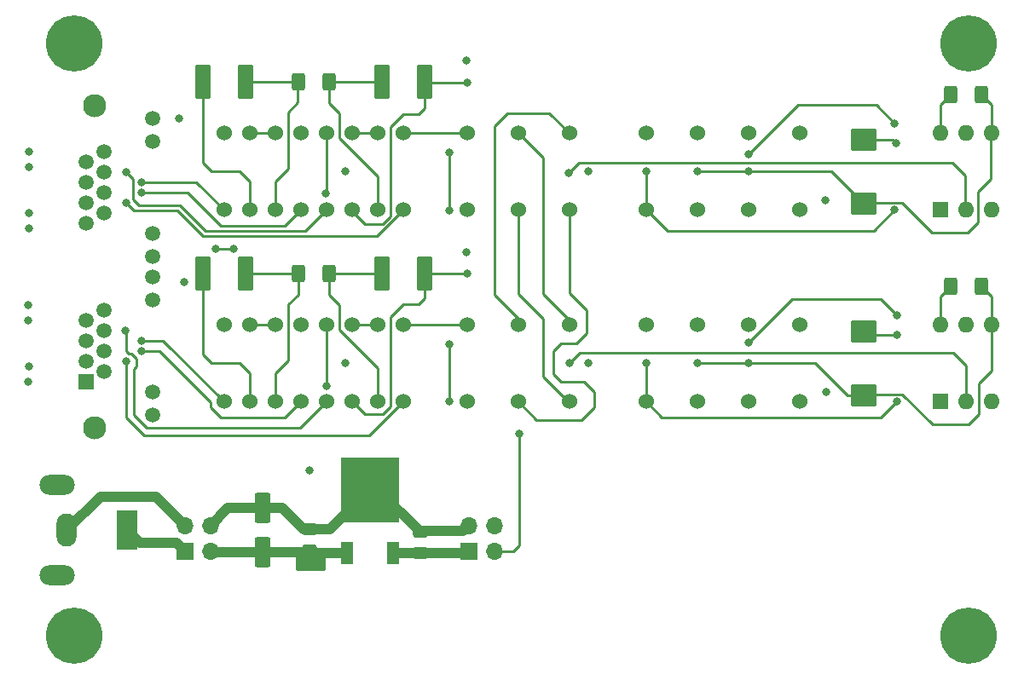
<source format=gtl>
%TF.GenerationSoftware,KiCad,Pcbnew,6.0.9+dfsg-1*%
%TF.CreationDate,2022-12-03T23:10:22+00:00*%
%TF.ProjectId,Token_Ring_MAU,546f6b65-6e5f-4526-996e-675f4d41552e,rev?*%
%TF.SameCoordinates,Original*%
%TF.FileFunction,Copper,L1,Top*%
%TF.FilePolarity,Positive*%
%FSLAX46Y46*%
G04 Gerber Fmt 4.6, Leading zero omitted, Abs format (unit mm)*
G04 Created by KiCad (PCBNEW 6.0.9+dfsg-1) date 2022-12-03 23:10:22*
%MOMM*%
%LPD*%
G01*
G04 APERTURE LIST*
G04 Aperture macros list*
%AMRoundRect*
0 Rectangle with rounded corners*
0 $1 Rounding radius*
0 $2 $3 $4 $5 $6 $7 $8 $9 X,Y pos of 4 corners*
0 Add a 4 corners polygon primitive as box body*
4,1,4,$2,$3,$4,$5,$6,$7,$8,$9,$2,$3,0*
0 Add four circle primitives for the rounded corners*
1,1,$1+$1,$2,$3*
1,1,$1+$1,$4,$5*
1,1,$1+$1,$6,$7*
1,1,$1+$1,$8,$9*
0 Add four rect primitives between the rounded corners*
20,1,$1+$1,$2,$3,$4,$5,0*
20,1,$1+$1,$4,$5,$6,$7,0*
20,1,$1+$1,$6,$7,$8,$9,0*
20,1,$1+$1,$8,$9,$2,$3,0*%
G04 Aperture macros list end*
%TA.AperFunction,SMDPad,CuDef*%
%ADD10RoundRect,0.250000X0.475000X-0.337500X0.475000X0.337500X-0.475000X0.337500X-0.475000X-0.337500X0*%
%TD*%
%TA.AperFunction,ComponentPad*%
%ADD11C,1.524000*%
%TD*%
%TA.AperFunction,SMDPad,CuDef*%
%ADD12RoundRect,0.250000X0.537500X1.450000X-0.537500X1.450000X-0.537500X-1.450000X0.537500X-1.450000X0*%
%TD*%
%TA.AperFunction,ComponentPad*%
%ADD13R,2.000000X4.000000*%
%TD*%
%TA.AperFunction,ComponentPad*%
%ADD14O,2.000000X3.300000*%
%TD*%
%TA.AperFunction,ComponentPad*%
%ADD15O,3.500000X2.000000*%
%TD*%
%TA.AperFunction,ComponentPad*%
%ADD16R,1.600000X1.600000*%
%TD*%
%TA.AperFunction,ComponentPad*%
%ADD17O,1.600000X1.600000*%
%TD*%
%TA.AperFunction,SMDPad,CuDef*%
%ADD18RoundRect,0.250000X1.025000X-0.875000X1.025000X0.875000X-1.025000X0.875000X-1.025000X-0.875000X0*%
%TD*%
%TA.AperFunction,SMDPad,CuDef*%
%ADD19RoundRect,0.250000X-0.400000X-0.625000X0.400000X-0.625000X0.400000X0.625000X-0.400000X0.625000X0*%
%TD*%
%TA.AperFunction,ComponentPad*%
%ADD20C,5.600000*%
%TD*%
%TA.AperFunction,SMDPad,CuDef*%
%ADD21RoundRect,0.250000X0.550000X-1.250000X0.550000X1.250000X-0.550000X1.250000X-0.550000X-1.250000X0*%
%TD*%
%TA.AperFunction,ComponentPad*%
%ADD22R,1.700000X1.700000*%
%TD*%
%TA.AperFunction,ComponentPad*%
%ADD23O,1.700000X1.700000*%
%TD*%
%TA.AperFunction,SMDPad,CuDef*%
%ADD24R,1.200000X2.200000*%
%TD*%
%TA.AperFunction,SMDPad,CuDef*%
%ADD25R,5.800000X6.400000*%
%TD*%
%TA.AperFunction,ComponentPad*%
%ADD26R,1.500000X1.500000*%
%TD*%
%TA.AperFunction,ComponentPad*%
%ADD27C,1.500000*%
%TD*%
%TA.AperFunction,ComponentPad*%
%ADD28C,2.300000*%
%TD*%
%TA.AperFunction,ViaPad*%
%ADD29C,0.800000*%
%TD*%
%TA.AperFunction,Conductor*%
%ADD30C,0.250000*%
%TD*%
%TA.AperFunction,Conductor*%
%ADD31C,1.000000*%
%TD*%
G04 APERTURE END LIST*
D10*
X129000000Y-105937500D03*
X129000000Y-103862500D03*
D11*
X162410000Y-91150000D03*
X167490000Y-91150000D03*
X154790000Y-91150000D03*
X172570000Y-91150000D03*
X149710000Y-91150000D03*
X177650000Y-91150000D03*
X144630000Y-91150000D03*
X144630000Y-83530000D03*
X177650000Y-83530000D03*
X149710000Y-83530000D03*
X172570000Y-83530000D03*
X154790000Y-83530000D03*
X167490000Y-83530000D03*
X162410000Y-83530000D03*
D12*
X122637500Y-78450000D03*
X118362500Y-78450000D03*
X140417500Y-78450000D03*
X136142500Y-78450000D03*
D13*
X110887000Y-103909000D03*
D14*
X104887000Y-103909000D03*
D15*
X103887000Y-108409000D03*
X103887000Y-99409000D03*
D16*
X191635000Y-91140000D03*
D17*
X194175000Y-91140000D03*
X196715000Y-91140000D03*
X196715000Y-83520000D03*
X194175000Y-83520000D03*
X191635000Y-83520000D03*
D18*
X184000000Y-71490000D03*
X184000000Y-65090000D03*
X184000000Y-90540000D03*
X184000000Y-84140000D03*
D11*
X120500000Y-72100000D03*
X123040000Y-72100000D03*
X125580000Y-72100000D03*
X128120000Y-72100000D03*
X130660000Y-72100000D03*
X133200000Y-72100000D03*
X135740000Y-72100000D03*
X138280000Y-72100000D03*
X138280000Y-64480000D03*
X135740000Y-64480000D03*
X133200000Y-64480000D03*
X130660000Y-64480000D03*
X128120000Y-64480000D03*
X125580000Y-64480000D03*
X123040000Y-64480000D03*
X120500000Y-64480000D03*
D19*
X127840000Y-59400000D03*
X130940000Y-59400000D03*
D20*
X194400000Y-114400000D03*
D19*
X192610000Y-79720000D03*
X195710000Y-79720000D03*
X192610000Y-60670000D03*
X195710000Y-60670000D03*
D16*
X191635000Y-72090000D03*
D17*
X194175000Y-72090000D03*
X196715000Y-72090000D03*
X196715000Y-64470000D03*
X194175000Y-64470000D03*
X191635000Y-64470000D03*
D21*
X124300000Y-106109000D03*
X124300000Y-101709000D03*
D12*
X122637500Y-59400000D03*
X118362500Y-59400000D03*
X140417500Y-59400000D03*
X136142500Y-59400000D03*
D11*
X120500000Y-91150000D03*
X123040000Y-91150000D03*
X125580000Y-91150000D03*
X128120000Y-91150000D03*
X130660000Y-91150000D03*
X133200000Y-91150000D03*
X135740000Y-91150000D03*
X138280000Y-91150000D03*
X138280000Y-83530000D03*
X135740000Y-83530000D03*
X133200000Y-83530000D03*
X130660000Y-83530000D03*
X128120000Y-83530000D03*
X125580000Y-83530000D03*
X123040000Y-83530000D03*
X120500000Y-83530000D03*
D22*
X144780000Y-106000000D03*
D23*
X144780000Y-103460000D03*
X147320000Y-106000000D03*
X147320000Y-103460000D03*
D24*
X132720000Y-106200000D03*
D25*
X135000000Y-99900000D03*
D24*
X137280000Y-106200000D03*
D19*
X127840000Y-78450000D03*
X130940000Y-78450000D03*
D10*
X140000000Y-106193500D03*
X140000000Y-104118500D03*
D26*
X106782000Y-89177000D03*
D27*
X108562000Y-88161000D03*
X106782000Y-87145000D03*
X108562000Y-86129000D03*
X106782000Y-85113000D03*
X108562000Y-84097000D03*
X106782000Y-83081000D03*
X108562000Y-82065000D03*
X113382000Y-92477000D03*
X113382000Y-90187000D03*
X113382000Y-81047000D03*
X113382000Y-78757000D03*
X106782000Y-73427000D03*
X108562000Y-72411000D03*
X106782000Y-71395000D03*
X108562000Y-70379000D03*
X106782000Y-69363000D03*
X108562000Y-68347000D03*
X106782000Y-67331000D03*
X108562000Y-66315000D03*
X113382000Y-76727000D03*
X113382000Y-74437000D03*
X113382000Y-65297000D03*
X113382000Y-63007000D03*
D28*
X107672000Y-61747000D03*
X107672000Y-93747000D03*
D20*
X194400000Y-55600000D03*
X105600000Y-114400000D03*
D11*
X162410000Y-72100000D03*
X167490000Y-72100000D03*
X154790000Y-72100000D03*
X172570000Y-72100000D03*
X149710000Y-72100000D03*
X177650000Y-72100000D03*
X144630000Y-72100000D03*
X144630000Y-64480000D03*
X177650000Y-64480000D03*
X149710000Y-64480000D03*
X172570000Y-64480000D03*
X154790000Y-64480000D03*
X167490000Y-64480000D03*
X162410000Y-64480000D03*
D22*
X116581000Y-106000000D03*
D23*
X116581000Y-103460000D03*
X119121000Y-106000000D03*
X119121000Y-103460000D03*
D20*
X105600000Y-55600000D03*
D29*
X149820000Y-94380000D03*
X101092000Y-87653000D03*
X132560000Y-87340000D03*
X132510000Y-68290000D03*
X187302000Y-84480000D03*
X187195833Y-65430000D03*
X101069000Y-83081000D03*
X144600000Y-76300000D03*
X101092000Y-72413000D03*
X101092000Y-73937000D03*
X101092000Y-66317000D03*
X101092000Y-67841000D03*
X180256000Y-90200000D03*
X101069000Y-89177000D03*
X101069000Y-81557000D03*
X180230000Y-71150000D03*
X116500000Y-79300000D03*
X144600000Y-57300000D03*
X116000000Y-63000000D03*
X128200000Y-107400000D03*
X130000000Y-107400000D03*
X129100000Y-107400000D03*
X156700000Y-68300000D03*
X156650000Y-87350000D03*
X129000000Y-98000000D03*
X154790000Y-87340000D03*
X144630000Y-78450000D03*
X167490000Y-87340000D03*
X172570000Y-87340000D03*
X154720074Y-68420074D03*
X144630000Y-59436000D03*
X167500000Y-68300000D03*
X172600000Y-68300000D03*
X110767000Y-87145000D03*
X112274234Y-86112234D03*
X112291000Y-85090000D03*
X110721000Y-84097000D03*
X110744000Y-71374000D03*
X112268000Y-70358000D03*
X112268000Y-69342000D03*
X110744000Y-68326000D03*
X142852000Y-91150000D03*
X142852000Y-85448000D03*
X130660000Y-89588500D03*
X142852000Y-72130000D03*
X142852000Y-66428000D03*
X130630763Y-70506500D03*
X172570000Y-85308000D03*
X187302000Y-82580000D03*
X172600000Y-66600000D03*
X187100000Y-63500000D03*
X187302000Y-91150000D03*
X162410000Y-87340000D03*
X121412000Y-75946000D03*
X187100000Y-72113500D03*
X119634000Y-75946000D03*
X162400000Y-68300000D03*
D30*
X147320000Y-106000000D02*
X149230000Y-106000000D01*
X149790000Y-105440000D02*
X149790000Y-94410000D01*
X149790000Y-94410000D02*
X149820000Y-94380000D01*
X149230000Y-106000000D02*
X149790000Y-105440000D01*
X184340000Y-84480000D02*
X184000000Y-84140000D01*
X184000000Y-65090000D02*
X186855833Y-65090000D01*
X187302000Y-84480000D02*
X184340000Y-84480000D01*
X186855833Y-65090000D02*
X187195833Y-65430000D01*
D31*
X129606500Y-106193500D02*
X132713500Y-106193500D01*
X119230000Y-106109000D02*
X119121000Y-106000000D01*
X124300000Y-106109000D02*
X128491000Y-106109000D01*
X132713500Y-106193500D02*
X132720000Y-106200000D01*
X124300000Y-106109000D02*
X119230000Y-106109000D01*
D30*
X126850000Y-81498000D02*
X126850000Y-87086000D01*
X127840000Y-80508000D02*
X126850000Y-81498000D01*
X125580000Y-88356000D02*
X125580000Y-91150000D01*
X122637500Y-78450000D02*
X127840000Y-78450000D01*
X127840000Y-78450000D02*
X127840000Y-80508000D01*
X126850000Y-87086000D02*
X125580000Y-88356000D01*
X118362500Y-78450000D02*
X118362500Y-86472500D01*
X118362500Y-86472500D02*
X119230000Y-87340000D01*
X122024000Y-87340000D02*
X123040000Y-88356000D01*
X192890000Y-86324000D02*
X194175000Y-87609000D01*
X194175000Y-87609000D02*
X194175000Y-91140000D01*
X154790000Y-87340000D02*
X155806000Y-86324000D01*
X119230000Y-87340000D02*
X122024000Y-87340000D01*
X123040000Y-88356000D02*
X123040000Y-91150000D01*
X155806000Y-86324000D02*
X192890000Y-86324000D01*
X133200000Y-91150000D02*
X134470000Y-92420000D01*
X139804000Y-81498000D02*
X140417500Y-80884500D01*
X137010000Y-91658000D02*
X137010000Y-82768000D01*
X144630000Y-78450000D02*
X140417500Y-78450000D01*
X137010000Y-82768000D02*
X138280000Y-81498000D01*
X134470000Y-92420000D02*
X136248000Y-92420000D01*
X136248000Y-92420000D02*
X137010000Y-91658000D01*
X140417500Y-80884500D02*
X140417500Y-78450000D01*
X138280000Y-81498000D02*
X139804000Y-81498000D01*
X130914000Y-80538000D02*
X131930000Y-81554000D01*
X130914000Y-78476000D02*
X130914000Y-80538000D01*
X135740000Y-87840000D02*
X135740000Y-91150000D01*
X131930000Y-81554000D02*
X131930000Y-84030000D01*
X130940000Y-78450000D02*
X130914000Y-78476000D01*
X131930000Y-84030000D02*
X135740000Y-87840000D01*
X130940000Y-78450000D02*
X136142500Y-78450000D01*
X196715000Y-83520000D02*
X196715000Y-88087000D01*
X194414000Y-93436000D02*
X190858000Y-93436000D01*
X190858000Y-93436000D02*
X187847000Y-90425000D01*
X196715000Y-83520000D02*
X196715000Y-80725000D01*
X182374000Y-90540000D02*
X184000000Y-90540000D01*
X179174000Y-87340000D02*
X182374000Y-90540000D01*
X172570000Y-87340000D02*
X179174000Y-87340000D01*
X187847000Y-90425000D02*
X184115000Y-90425000D01*
X196715000Y-80725000D02*
X195710000Y-79720000D01*
X195430000Y-89372000D02*
X195430000Y-92420000D01*
X195430000Y-92420000D02*
X194414000Y-93436000D01*
X172570000Y-87340000D02*
X167490000Y-87340000D01*
X196715000Y-88087000D02*
X195430000Y-89372000D01*
X133200000Y-83530000D02*
X135740000Y-83530000D01*
X123040000Y-83530000D02*
X125580000Y-83530000D01*
X122637500Y-59400000D02*
X127840000Y-59400000D01*
X125571550Y-69270000D02*
X125571550Y-72064000D01*
X127831550Y-61422000D02*
X126841550Y-62412000D01*
X126841550Y-62412000D02*
X126841550Y-68000000D01*
X126841550Y-68000000D02*
X125571550Y-69270000D01*
X127831550Y-59364000D02*
X127831550Y-61422000D01*
X192838808Y-67400000D02*
X194123808Y-68685000D01*
X155754808Y-67400000D02*
X192838808Y-67400000D01*
X118357080Y-67419500D02*
X119224580Y-68287000D01*
X194123808Y-68685000D02*
X194123808Y-72216000D01*
X119224580Y-68287000D02*
X122018580Y-68287000D01*
X123034580Y-69303000D02*
X123034580Y-72097000D01*
X154738808Y-68416000D02*
X155754808Y-67400000D01*
X118357080Y-59397000D02*
X118357080Y-67419500D01*
X122018580Y-68287000D02*
X123034580Y-69303000D01*
X134446154Y-73507000D02*
X136224154Y-73507000D01*
X136986154Y-72745000D02*
X136986154Y-63855000D01*
X139780154Y-62585000D02*
X140393654Y-61971500D01*
X136986154Y-63855000D02*
X138256154Y-62585000D01*
X138256154Y-62585000D02*
X139780154Y-62585000D01*
X136224154Y-73507000D02*
X136986154Y-72745000D01*
X144630000Y-59436000D02*
X140417500Y-59436000D01*
X133176154Y-72237000D02*
X134446154Y-73507000D01*
X140393654Y-61971500D02*
X140393654Y-59537000D01*
X130891518Y-61500000D02*
X131907518Y-62516000D01*
X135717518Y-68802000D02*
X135717518Y-72112000D01*
X130891518Y-59438000D02*
X130891518Y-61500000D01*
X130940000Y-59400000D02*
X136142500Y-59400000D01*
X130917518Y-59412000D02*
X130891518Y-59438000D01*
X131907518Y-62516000D02*
X131907518Y-64992000D01*
X131907518Y-64992000D02*
X135717518Y-68802000D01*
X167500000Y-68300000D02*
X180810000Y-68300000D01*
X187796899Y-71389000D02*
X184064899Y-71389000D01*
X194363899Y-74400000D02*
X190807899Y-74400000D01*
X195379899Y-73384000D02*
X194363899Y-74400000D01*
X196715000Y-61675000D02*
X195710000Y-60670000D01*
X196715000Y-64470000D02*
X196715000Y-61675000D01*
X195379899Y-70336000D02*
X195379899Y-73384000D01*
X196664899Y-69051000D02*
X195379899Y-70336000D01*
X180810000Y-68300000D02*
X184000000Y-71490000D01*
X190807899Y-74400000D02*
X187796899Y-71389000D01*
X196664899Y-64484000D02*
X196664899Y-69051000D01*
X133200000Y-64480000D02*
X135740000Y-64480000D01*
X123040000Y-64480000D02*
X125580000Y-64480000D01*
X134942000Y-94488000D02*
X138280000Y-91150000D01*
X112522000Y-94488000D02*
X134942000Y-94488000D01*
X110767000Y-87145000D02*
X110767000Y-92733000D01*
X110767000Y-92733000D02*
X112522000Y-94488000D01*
X112274234Y-86112234D02*
X113036234Y-86112234D01*
X120142000Y-92710000D02*
X126560000Y-92710000D01*
X119126000Y-91694000D02*
X120142000Y-92710000D01*
X113042468Y-86106000D02*
X114046000Y-86106000D01*
X126560000Y-92710000D02*
X128120000Y-91150000D01*
X113036234Y-86112234D02*
X113042468Y-86106000D01*
X114046000Y-86106000D02*
X119126000Y-91186000D01*
X119126000Y-91186000D02*
X119126000Y-91694000D01*
X114440000Y-85090000D02*
X120500000Y-91150000D01*
X112291000Y-85090000D02*
X114440000Y-85090000D01*
X111506000Y-92456000D02*
X112776000Y-93726000D01*
X111760000Y-86868000D02*
X111760000Y-87630000D01*
X111252000Y-86360000D02*
X111760000Y-86868000D01*
X110744000Y-86106000D02*
X110998000Y-86360000D01*
X128084000Y-93726000D02*
X130660000Y-91150000D01*
X111760000Y-87630000D02*
X111506000Y-87884000D01*
X111506000Y-87884000D02*
X111506000Y-92456000D01*
X110744000Y-84120000D02*
X110744000Y-86106000D01*
X112776000Y-93726000D02*
X128084000Y-93726000D01*
X110721000Y-84097000D02*
X110744000Y-84120000D01*
X110998000Y-86360000D02*
X111252000Y-86360000D01*
X115824000Y-72136000D02*
X118364000Y-74676000D01*
X110744000Y-71374000D02*
X111506000Y-72136000D01*
X118364000Y-74676000D02*
X135704000Y-74676000D01*
X135704000Y-74676000D02*
X138280000Y-72100000D01*
X111506000Y-72136000D02*
X115824000Y-72136000D01*
X126560000Y-73660000D02*
X128120000Y-72100000D01*
X116840000Y-70358000D02*
X120142000Y-73660000D01*
X112268000Y-70358000D02*
X116840000Y-70358000D01*
X120142000Y-73660000D02*
X126560000Y-73660000D01*
X117742000Y-69342000D02*
X120500000Y-72100000D01*
X112268000Y-69342000D02*
X117742000Y-69342000D01*
X111469000Y-69051000D02*
X111469000Y-71083000D01*
X118618000Y-74168000D02*
X128592000Y-74168000D01*
X128592000Y-74168000D02*
X130660000Y-72100000D01*
X111469000Y-71083000D02*
X112014000Y-71628000D01*
X112014000Y-71628000D02*
X116078000Y-71628000D01*
X110744000Y-68326000D02*
X111469000Y-69051000D01*
X116078000Y-71628000D02*
X118618000Y-74168000D01*
D31*
X115742000Y-105161000D02*
X112139000Y-105161000D01*
X112139000Y-105161000D02*
X110887000Y-103909000D01*
X116581000Y-106000000D02*
X115742000Y-105161000D01*
X116581000Y-103460000D02*
X113705000Y-100584000D01*
X113705000Y-100584000D02*
X108212000Y-100584000D01*
X108212000Y-100584000D02*
X104887000Y-103909000D01*
D30*
X142852000Y-85448000D02*
X142852000Y-91150000D01*
X152146000Y-82931000D02*
X152146000Y-88646000D01*
X149710000Y-80495000D02*
X152146000Y-82931000D01*
X152146000Y-88646000D02*
X154650000Y-91150000D01*
X149710000Y-72100000D02*
X149710000Y-80495000D01*
X154650000Y-91150000D02*
X154790000Y-91150000D01*
X130660000Y-89588500D02*
X130660000Y-83530000D01*
X151524000Y-92964000D02*
X155956000Y-92964000D01*
X155956000Y-92964000D02*
X157226000Y-91694000D01*
X156210000Y-89154000D02*
X153924000Y-89154000D01*
X154790000Y-80368000D02*
X154790000Y-72100000D01*
X157226000Y-91694000D02*
X157226000Y-90170000D01*
X157226000Y-90170000D02*
X156210000Y-89154000D01*
X149710000Y-91150000D02*
X151524000Y-92964000D01*
X153924000Y-85344000D02*
X155448000Y-85344000D01*
X156464000Y-84328000D02*
X156464000Y-82042000D01*
X153924000Y-89154000D02*
X153162000Y-88392000D01*
X156464000Y-82042000D02*
X154790000Y-80368000D01*
X153162000Y-86106000D02*
X153924000Y-85344000D01*
X153162000Y-88392000D02*
X153162000Y-86106000D01*
X155448000Y-85344000D02*
X156464000Y-84328000D01*
X138280000Y-83530000D02*
X144630000Y-83530000D01*
X148590000Y-62484000D02*
X152794000Y-62484000D01*
X149710000Y-82908000D02*
X147320000Y-80518000D01*
X149710000Y-83530000D02*
X149710000Y-82908000D01*
X147320000Y-80518000D02*
X147320000Y-63754000D01*
X152794000Y-62484000D02*
X154790000Y-64480000D01*
X147320000Y-63754000D02*
X148590000Y-62484000D01*
X154790000Y-83092000D02*
X154790000Y-83530000D01*
X152146000Y-80448000D02*
X154790000Y-83092000D01*
X149710000Y-64480000D02*
X152146000Y-66916000D01*
X152146000Y-66916000D02*
X152146000Y-80448000D01*
X142852000Y-66428000D02*
X142852000Y-72130000D01*
X130660000Y-70477263D02*
X130660000Y-64480000D01*
X130630763Y-70506500D02*
X130660000Y-70477263D01*
X138280000Y-64480000D02*
X144630000Y-64480000D01*
X172570000Y-85308000D02*
X176888000Y-80990000D01*
X176888000Y-80990000D02*
X185712000Y-80990000D01*
X185712000Y-80990000D02*
X187302000Y-82580000D01*
X177500000Y-61700000D02*
X185300000Y-61700000D01*
X185300000Y-61700000D02*
X187100000Y-63500000D01*
X172600000Y-66600000D02*
X177500000Y-61700000D01*
X191635000Y-83520000D02*
X191635000Y-80695000D01*
X191635000Y-80695000D02*
X192610000Y-79720000D01*
X191635000Y-61645000D02*
X192610000Y-60670000D01*
X191635000Y-64470000D02*
X191635000Y-61645000D01*
X162410000Y-91150000D02*
X162410000Y-87340000D01*
X187302000Y-91150000D02*
X185742000Y-92710000D01*
X163970000Y-92710000D02*
X162410000Y-91150000D01*
X185742000Y-92710000D02*
X163970000Y-92710000D01*
D31*
X135781500Y-99900000D02*
X135000000Y-99900000D01*
X131037500Y-103862500D02*
X135000000Y-99900000D01*
X140000000Y-104118500D02*
X135781500Y-99900000D01*
X124300000Y-101709000D02*
X120872000Y-101709000D01*
X140118500Y-104000000D02*
X140000000Y-104118500D01*
X128400000Y-103862500D02*
X129000000Y-103862500D01*
X126246500Y-101709000D02*
X128400000Y-103862500D01*
X129000000Y-103862500D02*
X131037500Y-103862500D01*
X124300000Y-101709000D02*
X126246500Y-101709000D01*
X144240000Y-104000000D02*
X140118500Y-104000000D01*
X144780000Y-103460000D02*
X144240000Y-104000000D01*
X120872000Y-101709000D02*
X119121000Y-103460000D01*
X144586500Y-106193500D02*
X144780000Y-106000000D01*
X140000000Y-106193500D02*
X144586500Y-106193500D01*
X137286500Y-106193500D02*
X137280000Y-106200000D01*
X140000000Y-106193500D02*
X137286500Y-106193500D01*
D30*
X164510000Y-74200000D02*
X162410000Y-72100000D01*
X187100000Y-72113500D02*
X185013500Y-74200000D01*
X162410000Y-72100000D02*
X162410000Y-68310000D01*
X162410000Y-68310000D02*
X162400000Y-68300000D01*
X121412000Y-75946000D02*
X119634000Y-75946000D01*
X185013500Y-74200000D02*
X164510000Y-74200000D01*
%TA.AperFunction,Conductor*%
G36*
X130415931Y-106420002D02*
G01*
X130436905Y-106436905D01*
X130563095Y-106563095D01*
X130597121Y-106625407D01*
X130600000Y-106652190D01*
X130600000Y-107747810D01*
X130579998Y-107815931D01*
X130563095Y-107836905D01*
X130436905Y-107963095D01*
X130374593Y-107997121D01*
X130347810Y-108000000D01*
X127852190Y-108000000D01*
X127784069Y-107979998D01*
X127763095Y-107963095D01*
X127636905Y-107836905D01*
X127602879Y-107774593D01*
X127600000Y-107747810D01*
X127600000Y-106652190D01*
X127620002Y-106584069D01*
X127636905Y-106563095D01*
X127763095Y-106436905D01*
X127825407Y-106402879D01*
X127852190Y-106400000D01*
X130347810Y-106400000D01*
X130415931Y-106420002D01*
G37*
%TD.AperFunction*%
M02*

</source>
